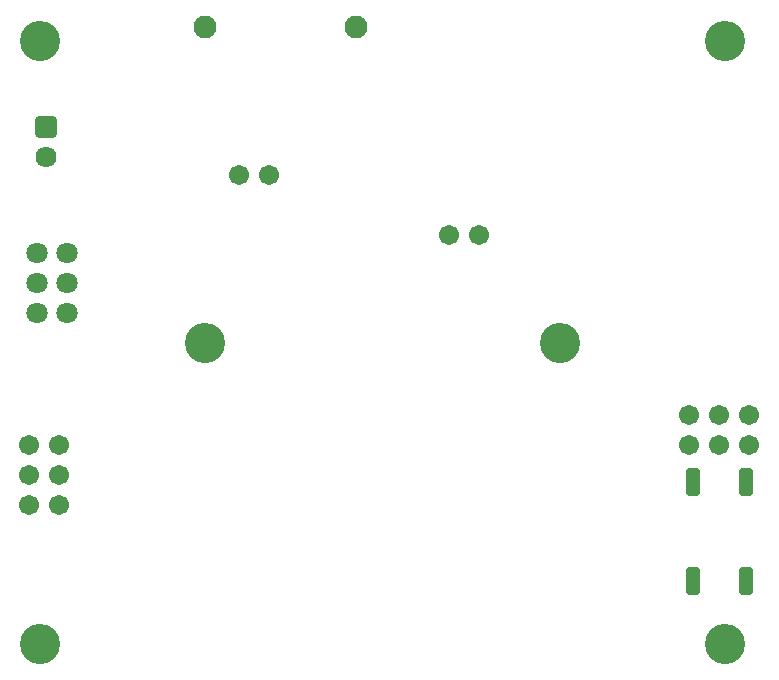
<source format=gbr>
%TF.GenerationSoftware,Altium Limited,Altium Designer,20.1.8 (145)*%
G04 Layer_Color=16711833*
%FSLAX45Y45*%
%MOMM*%
%TF.SameCoordinates,F34F671C-B0F6-4AC1-94B4-1D61ADA518EE*%
%TF.FilePolarity,Negative*%
%TF.FileFunction,Soldermask,Bot*%
%TF.Part,Single*%
G01*
G75*
%TA.AperFunction,SMDPad,CuDef*%
G04:AMPARAMS|DCode=46|XSize=2.3032mm|YSize=1.2032mm|CornerRadius=0.1516mm|HoleSize=0mm|Usage=FLASHONLY|Rotation=90.000|XOffset=0mm|YOffset=0mm|HoleType=Round|Shape=RoundedRectangle|*
%AMROUNDEDRECTD46*
21,1,2.30320,0.90000,0,0,90.0*
21,1,2.00000,1.20320,0,0,90.0*
1,1,0.30320,0.45000,1.00000*
1,1,0.30320,0.45000,-1.00000*
1,1,0.30320,-0.45000,-1.00000*
1,1,0.30320,-0.45000,1.00000*
%
%ADD46ROUNDEDRECTD46*%
%TA.AperFunction,ComponentPad*%
G04:AMPARAMS|DCode=47|XSize=1.7832mm|YSize=1.7832mm|CornerRadius=0.2596mm|HoleSize=0mm|Usage=FLASHONLY|Rotation=0.000|XOffset=0mm|YOffset=0mm|HoleType=Round|Shape=RoundedRectangle|*
%AMROUNDEDRECTD47*
21,1,1.78320,1.26400,0,0,0.0*
21,1,1.26400,1.78320,0,0,0.0*
1,1,0.51920,0.63200,-0.63200*
1,1,0.51920,-0.63200,-0.63200*
1,1,0.51920,-0.63200,0.63200*
1,1,0.51920,0.63200,0.63200*
%
%ADD47ROUNDEDRECTD47*%
%ADD48C,1.78320*%
%ADD49C,3.40320*%
%ADD50C,1.95320*%
%ADD51C,1.70320*%
%ADD52C,1.80320*%
%TA.AperFunction,WasherPad*%
%ADD53C,3.40320*%
D46*
X6325000Y880000D02*
D03*
Y1720000D02*
D03*
X5875000Y880000D02*
D03*
Y1720000D02*
D03*
D47*
X400000Y4727000D02*
D03*
D48*
Y4473000D02*
D03*
D49*
X4750000Y2900000D02*
D03*
X1747500Y2897500D02*
D03*
D50*
X3030000Y5570000D02*
D03*
X1750000D02*
D03*
D51*
X3810000Y3810000D02*
D03*
X4064000D02*
D03*
X6096000Y2286000D02*
D03*
X2032000Y4318000D02*
D03*
X6350000Y2286000D02*
D03*
X508000Y1778000D02*
D03*
Y2032000D02*
D03*
X254000D02*
D03*
X6096000D02*
D03*
X5842000Y2286000D02*
D03*
Y2032000D02*
D03*
X254000Y1524000D02*
D03*
Y1778000D02*
D03*
X6350000Y2032000D02*
D03*
X508000Y1524000D02*
D03*
X2286000Y4318000D02*
D03*
D52*
X577801Y3658025D02*
D03*
Y3404025D02*
D03*
Y3150025D02*
D03*
X323801D02*
D03*
Y3404025D02*
D03*
Y3658025D02*
D03*
D53*
X6150000Y350000D02*
D03*
Y5450000D02*
D03*
X350000Y350000D02*
D03*
Y5450000D02*
D03*
%TF.MD5,a268e9f1ada2887588260ca9c295e702*%
M02*

</source>
